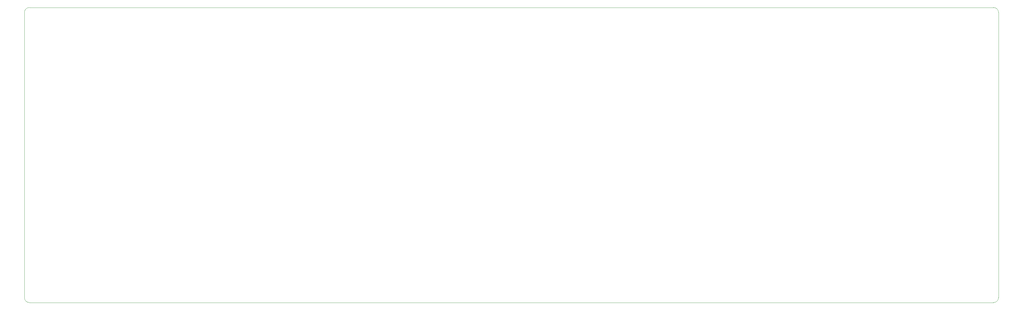
<source format=gbr>
%TF.GenerationSoftware,KiCad,Pcbnew,7.0.9*%
%TF.CreationDate,2023-11-09T15:49:42+02:00*%
%TF.ProjectId,keyboard,6b657962-6f61-4726-942e-6b696361645f,rev?*%
%TF.SameCoordinates,Original*%
%TF.FileFunction,Profile,NP*%
%FSLAX46Y46*%
G04 Gerber Fmt 4.6, Leading zero omitted, Abs format (unit mm)*
G04 Created by KiCad (PCBNEW 7.0.9) date 2023-11-09 15:49:42*
%MOMM*%
%LPD*%
G01*
G04 APERTURE LIST*
%TA.AperFunction,Profile*%
%ADD10C,0.050000*%
%TD*%
G04 APERTURE END LIST*
D10*
X61118750Y-230981250D02*
G75*
G03*
X59531250Y-232568750I50J-1587550D01*
G01*
X372268750Y-326231250D02*
G75*
G03*
X373856250Y-324643750I-50J1587550D01*
G01*
X59531250Y-324643750D02*
X59531250Y-232568750D01*
X59531250Y-324643750D02*
G75*
G03*
X61118750Y-326231250I1587550J50D01*
G01*
X373856250Y-232568750D02*
X373856250Y-324643750D01*
X373856250Y-232568750D02*
G75*
G03*
X372268750Y-230981250I-1587550J-50D01*
G01*
X372268750Y-326231250D02*
X61118750Y-326231250D01*
X61118750Y-230981250D02*
X372268750Y-230981250D01*
M02*

</source>
